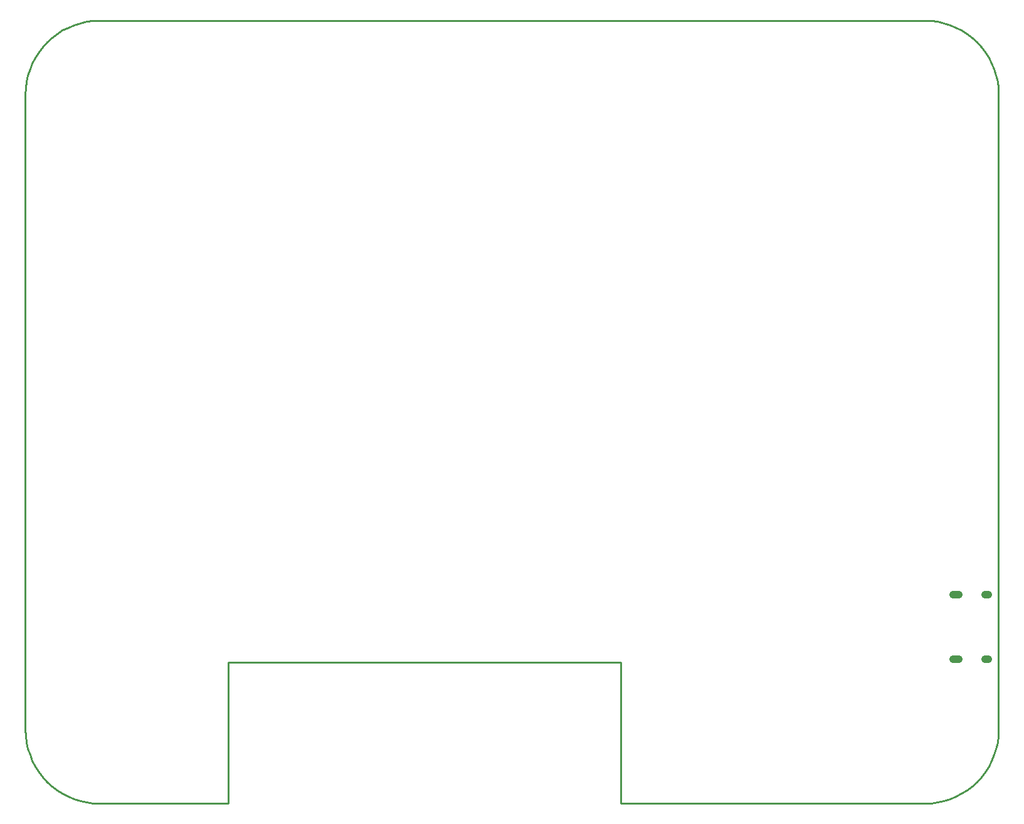
<source format=gbr>
G04 EAGLE Gerber RS-274X export*
G75*
%MOMM*%
%FSLAX34Y34*%
%LPD*%
%INMilling*%
%IPPOS*%
%AMOC8*
5,1,8,0,0,1.08239X$1,22.5*%
G01*
%ADD10C,1.000000*%
%ADD11C,0.254000*%


D10*
X1260000Y281800D02*
X1253000Y281800D01*
X1296249Y195300D02*
X1300249Y195300D01*
X1300339Y281863D02*
X1296339Y281863D01*
X1260000Y195300D02*
X1253000Y195300D01*
D11*
X0Y100000D02*
X381Y91284D01*
X1519Y82635D01*
X3407Y74118D01*
X6031Y65798D01*
X9369Y57738D01*
X13397Y50000D01*
X18085Y42642D01*
X23396Y35721D01*
X29289Y29289D01*
X35721Y23396D01*
X42642Y18085D01*
X50000Y13397D01*
X57738Y9369D01*
X65798Y6031D01*
X74118Y3407D01*
X82635Y1519D01*
X91284Y381D01*
X100000Y0D01*
X274000Y0D01*
X274000Y191000D01*
X804000Y191000D01*
X804000Y0D01*
X1214000Y0D01*
X1222716Y381D01*
X1231365Y1519D01*
X1239882Y3407D01*
X1248202Y6031D01*
X1256262Y9369D01*
X1264000Y13397D01*
X1271358Y18085D01*
X1278279Y23396D01*
X1284711Y29289D01*
X1290604Y35721D01*
X1295915Y42642D01*
X1300603Y50000D01*
X1304631Y57738D01*
X1307969Y65798D01*
X1310593Y74118D01*
X1312481Y82635D01*
X1313619Y91284D01*
X1314000Y100000D01*
X1314000Y958000D01*
X1313619Y966716D01*
X1312481Y975365D01*
X1310593Y983882D01*
X1307969Y992202D01*
X1304631Y1000262D01*
X1300603Y1008000D01*
X1295915Y1015358D01*
X1290604Y1022279D01*
X1284711Y1028711D01*
X1278279Y1034604D01*
X1271358Y1039915D01*
X1264000Y1044603D01*
X1256262Y1048631D01*
X1248202Y1051969D01*
X1239882Y1054593D01*
X1231365Y1056481D01*
X1222716Y1057619D01*
X1214000Y1058000D01*
X100000Y1058000D01*
X91284Y1057619D01*
X82635Y1056481D01*
X74118Y1054593D01*
X65798Y1051969D01*
X57738Y1048631D01*
X50000Y1044603D01*
X42642Y1039915D01*
X35721Y1034604D01*
X29289Y1028711D01*
X23396Y1022279D01*
X18085Y1015358D01*
X13397Y1008000D01*
X9369Y1000262D01*
X6031Y992202D01*
X3407Y983882D01*
X1519Y975365D01*
X381Y966716D01*
X0Y958000D01*
X0Y100000D01*
M02*

</source>
